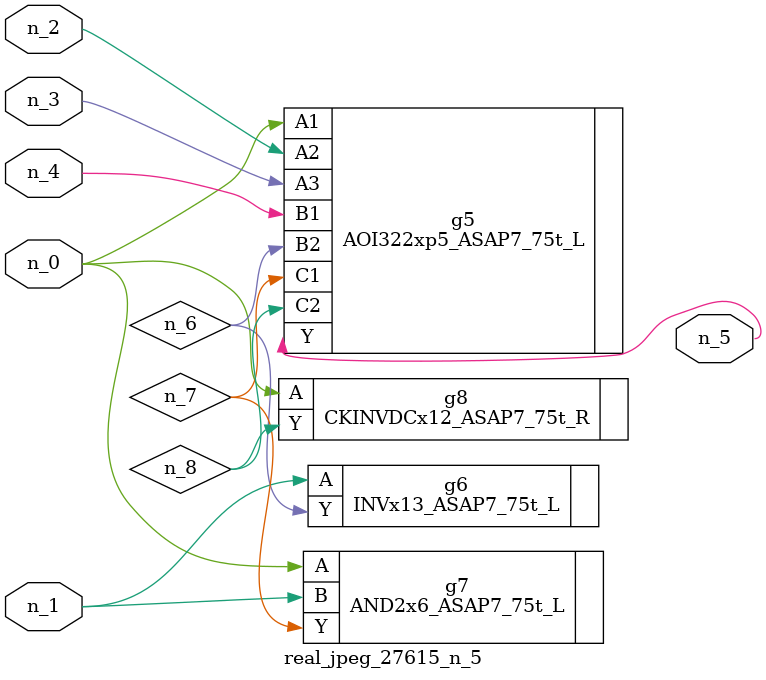
<source format=v>
module real_jpeg_27615_n_5 (n_4, n_0, n_1, n_2, n_3, n_5);

input n_4;
input n_0;
input n_1;
input n_2;
input n_3;

output n_5;

wire n_8;
wire n_6;
wire n_7;

AOI322xp5_ASAP7_75t_L g5 ( 
.A1(n_0),
.A2(n_2),
.A3(n_3),
.B1(n_4),
.B2(n_6),
.C1(n_7),
.C2(n_8),
.Y(n_5)
);

AND2x6_ASAP7_75t_L g7 ( 
.A(n_0),
.B(n_1),
.Y(n_7)
);

CKINVDCx12_ASAP7_75t_R g8 ( 
.A(n_0),
.Y(n_8)
);

INVx13_ASAP7_75t_L g6 ( 
.A(n_1),
.Y(n_6)
);


endmodule
</source>
